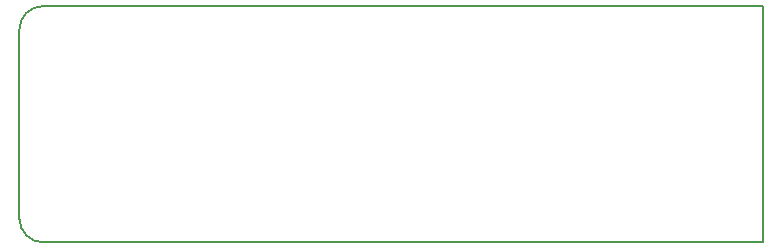
<source format=gko>
G04*
G04 #@! TF.GenerationSoftware,Altium Limited,Altium Designer,21.0.9 (235)*
G04*
G04 Layer_Color=16711935*
%FSTAX24Y24*%
%MOIN*%
G70*
G04*
G04 #@! TF.SameCoordinates,F3794B47-591B-43CD-9A24-B45F9C40A272*
G04*
G04*
G04 #@! TF.FilePolarity,Positive*
G04*
G01*
G75*
%ADD15C,0.0050*%
D15*
X016535Y025591D02*
G03*
X015748Y024803I0J-000787D01*
G01*
Y018504D02*
G03*
X016535Y017717I000787J0D01*
G01*
X015748Y018504D02*
Y024803D01*
X016535Y025591D02*
X040551D01*
X016535Y017717D02*
X040551D01*
Y025591D01*
M02*

</source>
